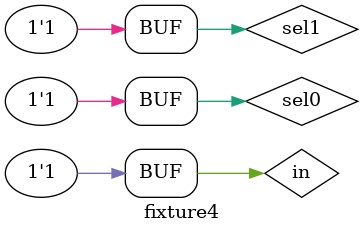
<source format=v>
`timescale 1ns / 1ps


module fixture4;

	// Inputs
	reg sel0;
	reg sel1;
	reg in;

	// Outputs
	wire a;
	wire b;
	wire c;
	wire d;

	// Instantiate the Unit Under Test (UUT)
	demuxfluxdedate uut (
		.a(a), 
		.b(b), 
		.c(c), 
		.d(d), 
		.sel0(sel0), 
		.sel1(sel1), 
		.in(in)
	);

	initial begin
		// Initialize Inputs
		in = 1;
		sel0 = 0;
		sel1 = 0;

		// Wait 100 ns for global reset to finish
		#100;
		
		in = 1;
		sel0 = 0;
		sel1 = 1;

      #100
		
		in = 1;
		sel0 = 1;
		sel1 = 0;
		
		#100
		
		in = 1;
		sel0 = 1;
		sel1 = 1;


		// Add stimulus here

	end
      
endmodule


</source>
